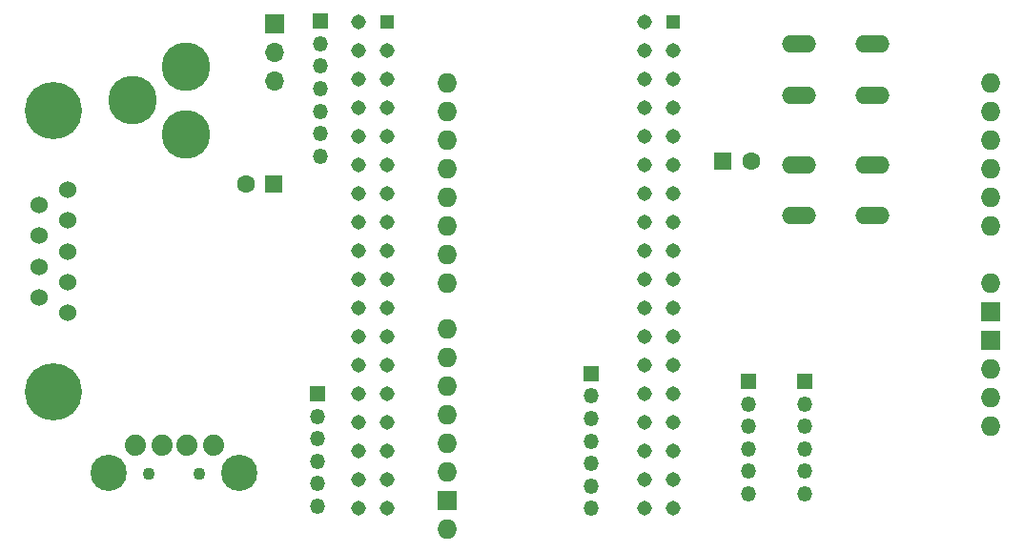
<source format=gbr>
%TF.GenerationSoftware,KiCad,Pcbnew,9.0.0*%
%TF.CreationDate,2025-04-09T14:41:31-04:00*%
%TF.ProjectId,PocketBeagle2_cape,506f636b-6574-4426-9561-676c65325f63,rev?*%
%TF.SameCoordinates,Original*%
%TF.FileFunction,Soldermask,Bot*%
%TF.FilePolarity,Negative*%
%FSLAX46Y46*%
G04 Gerber Fmt 4.6, Leading zero omitted, Abs format (unit mm)*
G04 Created by KiCad (PCBNEW 9.0.0) date 2025-04-09 14:41:31*
%MOMM*%
%LPD*%
G01*
G04 APERTURE LIST*
%ADD10R,1.700000X1.700000*%
%ADD11O,1.700000X1.700000*%
%ADD12C,1.524000*%
%ADD13C,5.080000*%
%ADD14R,1.350000X1.350000*%
%ADD15O,1.350000X1.350000*%
%ADD16C,1.100000*%
%ADD17C,1.879600*%
%ADD18C,3.216000*%
%ADD19O,3.048000X1.524000*%
%ADD20R,1.600000X1.600000*%
%ADD21C,1.600000*%
%ADD22C,4.318000*%
%ADD23O,1.727200X1.727200*%
%ADD24R,1.727200X1.727200*%
%ADD25R,1.308000X1.308000*%
%ADD26C,1.308000*%
G04 APERTURE END LIST*
D10*
%TO.C,P8*%
X122875000Y-82275000D03*
D11*
X122875000Y-84815000D03*
X122875000Y-87355000D03*
%TD*%
D12*
%TO.C,P9*%
X104491100Y-107936400D03*
X104491100Y-105193200D03*
X104491100Y-102450000D03*
X104491100Y-99706800D03*
X104491100Y-96963600D03*
X101951100Y-106564800D03*
X101951100Y-103821600D03*
X101951100Y-101078400D03*
X101951100Y-98335200D03*
D13*
X103221100Y-114972200D03*
X103221100Y-89927800D03*
%TD*%
D14*
%TO.C,P3*%
X151000000Y-113300000D03*
D15*
X151000000Y-115300000D03*
X151000000Y-117300000D03*
X151000000Y-119300000D03*
X151000000Y-121300000D03*
X151000000Y-123300000D03*
X151000000Y-125300000D03*
%TD*%
D16*
%TO.C,P1*%
X111750000Y-122198700D03*
X116250000Y-122198700D03*
D17*
X112873000Y-119698700D03*
X115127000Y-119698700D03*
D18*
X108200000Y-122098700D03*
X119800000Y-122098700D03*
D17*
X110500000Y-119698700D03*
X117500000Y-119698700D03*
%TD*%
D19*
%TO.C,S1*%
X169498800Y-94739400D03*
X176001200Y-94739400D03*
X169498800Y-99260600D03*
X176001200Y-99260600D03*
%TD*%
D14*
%TO.C,P7*%
X170000000Y-114000000D03*
D15*
X170000000Y-116000000D03*
X170000000Y-118000000D03*
X170000000Y-120000000D03*
X170000000Y-122000000D03*
X170000000Y-124000000D03*
%TD*%
D20*
%TO.C,C5*%
X122850000Y-96500000D03*
D21*
X120350000Y-96500000D03*
%TD*%
D22*
%TO.C,P2*%
X115000000Y-86048600D03*
X110300000Y-89048600D03*
X115000000Y-92048600D03*
%TD*%
D14*
%TO.C,P4*%
X126700000Y-115100000D03*
D15*
X126700000Y-117100000D03*
X126700000Y-119100000D03*
X126700000Y-121100000D03*
X126700000Y-123100000D03*
X126700000Y-125100000D03*
%TD*%
D14*
%TO.C,P5*%
X165000000Y-114000000D03*
D15*
X165000000Y-116000000D03*
X165000000Y-118000000D03*
X165000000Y-120000000D03*
X165000000Y-122000000D03*
X165000000Y-124000000D03*
%TD*%
D20*
%TO.C,C9*%
X162700000Y-94400000D03*
D21*
X165200000Y-94400000D03*
%TD*%
D19*
%TO.C,S2*%
X169498800Y-84039400D03*
X176001200Y-84039400D03*
X169498800Y-88560600D03*
X176001200Y-88560600D03*
%TD*%
D14*
%TO.C,P6*%
X127000000Y-82000000D03*
D15*
X127000000Y-84000000D03*
X127000000Y-86000000D03*
X127000000Y-88000000D03*
X127000000Y-90000000D03*
X127000000Y-92000000D03*
X127000000Y-94000000D03*
%TD*%
D23*
%TO.C,P14*%
X138200000Y-87500000D03*
X138200000Y-90040000D03*
X138200000Y-92580000D03*
X138200000Y-95120000D03*
X138200000Y-97660000D03*
X138200000Y-100200000D03*
X138200000Y-102740000D03*
X138200000Y-105280000D03*
X138200000Y-109344000D03*
X138200000Y-111884000D03*
X138200000Y-114424000D03*
X138200000Y-116964000D03*
X138200000Y-119504000D03*
X138200000Y-122044000D03*
D24*
X138200000Y-124584000D03*
D23*
X138200000Y-127124000D03*
X186460000Y-117980000D03*
X186460000Y-115440000D03*
X186460000Y-112900000D03*
D24*
X186460000Y-110360000D03*
X186460000Y-107820000D03*
D23*
X186460000Y-105280000D03*
X186460000Y-100200000D03*
X186460000Y-97660000D03*
X186460000Y-95120000D03*
X186460000Y-92580000D03*
X186460000Y-90040000D03*
X186460000Y-87500000D03*
%TD*%
D25*
%TO.C,U1*%
X158290000Y-82120000D03*
D26*
X155750000Y-82120000D03*
X158290000Y-84660000D03*
X155750000Y-84660000D03*
X158290000Y-87200000D03*
X155750000Y-87200000D03*
X158290000Y-89740000D03*
X155750000Y-89740000D03*
X158290000Y-92280000D03*
X155750000Y-92280000D03*
X158290000Y-94820000D03*
X155750000Y-94820000D03*
X158290000Y-97360000D03*
X155750000Y-97360000D03*
X158290000Y-99900000D03*
X155750000Y-99900000D03*
X158290000Y-102440000D03*
X155750000Y-102440000D03*
X158290000Y-104980000D03*
X155750000Y-104980000D03*
X158290000Y-107520000D03*
X155750000Y-107520000D03*
X158290000Y-110060000D03*
X155750000Y-110060000D03*
X158290000Y-112600000D03*
X155750000Y-112600000D03*
X158290000Y-115140000D03*
X155750000Y-115140000D03*
X158290000Y-117680000D03*
X155750000Y-117680000D03*
X158290000Y-120220000D03*
X155750000Y-120220000D03*
X158290000Y-122760000D03*
X155750000Y-122760000D03*
X158290000Y-125300000D03*
X155750000Y-125300000D03*
D25*
X132890000Y-82120000D03*
D26*
X130350000Y-82120000D03*
X132890000Y-84660000D03*
X130350000Y-84660000D03*
X132890000Y-87200000D03*
X130350000Y-87200000D03*
X132890000Y-89740000D03*
X130350000Y-89740000D03*
X132890000Y-92280000D03*
X130350000Y-92280000D03*
X132890000Y-94820000D03*
X130350000Y-94820000D03*
X132890000Y-97360000D03*
X130350000Y-97360000D03*
X132890000Y-99900000D03*
X130350000Y-99900000D03*
X132890000Y-102440000D03*
X130350000Y-102440000D03*
X132890000Y-104980000D03*
X130350000Y-104980000D03*
X132890000Y-107520000D03*
X130350000Y-107520000D03*
X132890000Y-110060000D03*
X130350000Y-110060000D03*
X132890000Y-112600000D03*
X130350000Y-112600000D03*
X132890000Y-115140000D03*
X130350000Y-115140000D03*
X132890000Y-117680000D03*
X130350000Y-117680000D03*
X132890000Y-120220000D03*
X130350000Y-120220000D03*
X132890000Y-122760000D03*
X130350000Y-122760000D03*
X132890000Y-125300000D03*
X130350000Y-125300000D03*
%TD*%
M02*

</source>
